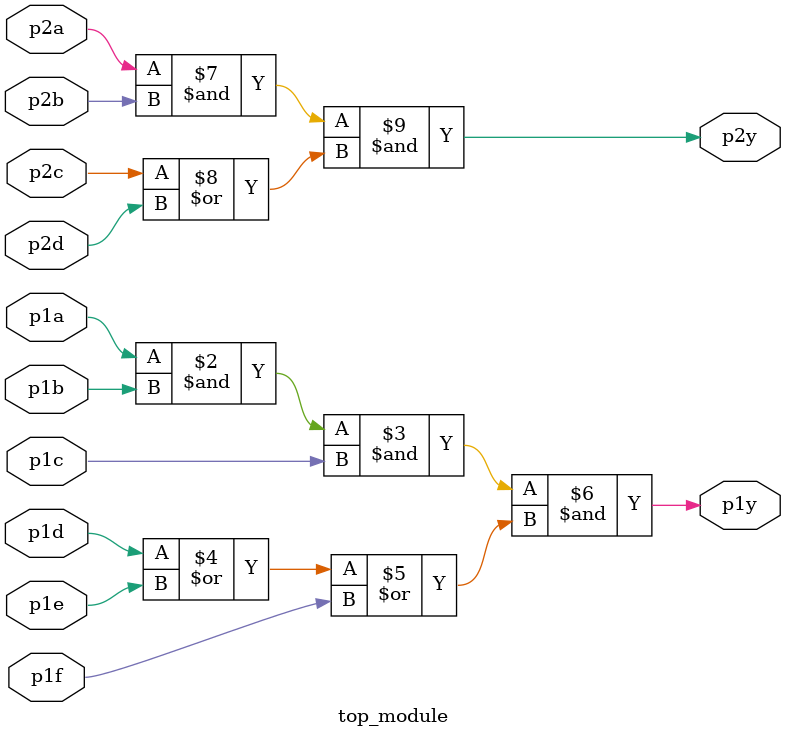
<source format=sv>
module top_module(
    input p1a, 
    input p1b, 
    input p1c, 
    input p1d,
    input p1e,
    input p1f,
    output reg p1y, 
    input p2a, 
    input p2b, 
    input p2c, 
    input p2d, 
    output reg p2y
);

    always @(*) begin
        // Implement the logical AND operation on the first three inputs (p1a, p1b, and p1c)
        p1y = p1a & p1b & p1c;

        // Implement the logical OR operation on the last three inputs (p1d, p1e, and p1f)
        p1y = p1y & (p1d | p1e | p1f);

        // Implement the logical AND operation on the first two inputs (p2a and p2b)
        p2y = p2a & p2b;

        // Implement the logical OR operation on the last two inputs (p2c and p2d)
        p2y = p2y & (p2c | p2d);
    end

endmodule

</source>
